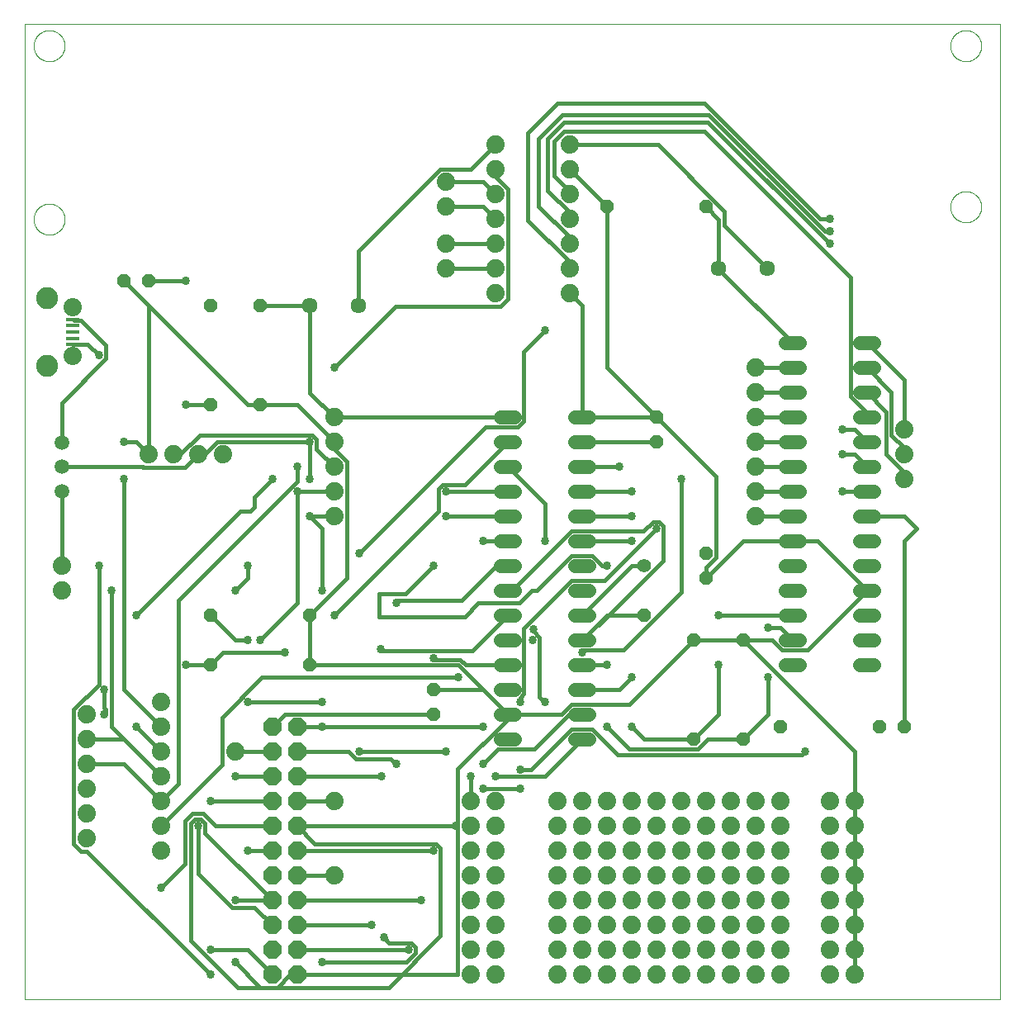
<source format=gtl>
G75*
%MOIN*%
%OFA0B0*%
%FSLAX25Y25*%
%IPPOS*%
%LPD*%
%AMOC8*
5,1,8,0,0,1.08239X$1,22.5*
%
%ADD10C,0.00000*%
%ADD11C,0.05600*%
%ADD12R,0.05315X0.01575*%
%ADD13C,0.07382*%
%ADD14C,0.08858*%
%ADD15C,0.07400*%
%ADD16C,0.05943*%
%ADD17OC8,0.05600*%
%ADD18C,0.06337*%
%ADD19C,0.05600*%
%ADD20OC8,0.07400*%
%ADD21C,0.01600*%
%ADD22C,0.03378*%
D10*
X0096250Y0001800D02*
X0096250Y0395501D01*
X0489951Y0395501D01*
X0489951Y0001800D01*
X0096250Y0001800D01*
X0100000Y0316800D02*
X0100002Y0316958D01*
X0100008Y0317115D01*
X0100018Y0317273D01*
X0100032Y0317430D01*
X0100050Y0317586D01*
X0100071Y0317743D01*
X0100097Y0317898D01*
X0100127Y0318053D01*
X0100160Y0318207D01*
X0100198Y0318360D01*
X0100239Y0318513D01*
X0100284Y0318664D01*
X0100333Y0318814D01*
X0100386Y0318962D01*
X0100442Y0319110D01*
X0100503Y0319255D01*
X0100566Y0319400D01*
X0100634Y0319542D01*
X0100705Y0319683D01*
X0100779Y0319822D01*
X0100857Y0319959D01*
X0100939Y0320094D01*
X0101023Y0320227D01*
X0101112Y0320358D01*
X0101203Y0320486D01*
X0101298Y0320613D01*
X0101395Y0320736D01*
X0101496Y0320858D01*
X0101600Y0320976D01*
X0101707Y0321092D01*
X0101817Y0321205D01*
X0101929Y0321316D01*
X0102045Y0321423D01*
X0102163Y0321528D01*
X0102283Y0321630D01*
X0102406Y0321728D01*
X0102532Y0321824D01*
X0102660Y0321916D01*
X0102790Y0322005D01*
X0102922Y0322091D01*
X0103057Y0322173D01*
X0103194Y0322252D01*
X0103332Y0322327D01*
X0103472Y0322399D01*
X0103615Y0322467D01*
X0103758Y0322532D01*
X0103904Y0322593D01*
X0104051Y0322650D01*
X0104199Y0322704D01*
X0104349Y0322754D01*
X0104499Y0322800D01*
X0104651Y0322842D01*
X0104804Y0322881D01*
X0104958Y0322915D01*
X0105113Y0322946D01*
X0105268Y0322972D01*
X0105424Y0322995D01*
X0105581Y0323014D01*
X0105738Y0323029D01*
X0105895Y0323040D01*
X0106053Y0323047D01*
X0106211Y0323050D01*
X0106368Y0323049D01*
X0106526Y0323044D01*
X0106683Y0323035D01*
X0106841Y0323022D01*
X0106997Y0323005D01*
X0107154Y0322984D01*
X0107309Y0322960D01*
X0107464Y0322931D01*
X0107619Y0322898D01*
X0107772Y0322862D01*
X0107925Y0322821D01*
X0108076Y0322777D01*
X0108226Y0322729D01*
X0108375Y0322678D01*
X0108523Y0322622D01*
X0108669Y0322563D01*
X0108814Y0322500D01*
X0108957Y0322433D01*
X0109098Y0322363D01*
X0109237Y0322290D01*
X0109375Y0322213D01*
X0109511Y0322132D01*
X0109644Y0322048D01*
X0109775Y0321961D01*
X0109904Y0321870D01*
X0110031Y0321776D01*
X0110156Y0321679D01*
X0110277Y0321579D01*
X0110397Y0321476D01*
X0110513Y0321370D01*
X0110627Y0321261D01*
X0110739Y0321149D01*
X0110847Y0321035D01*
X0110952Y0320917D01*
X0111055Y0320797D01*
X0111154Y0320675D01*
X0111250Y0320550D01*
X0111343Y0320422D01*
X0111433Y0320293D01*
X0111519Y0320161D01*
X0111603Y0320027D01*
X0111682Y0319891D01*
X0111759Y0319753D01*
X0111831Y0319613D01*
X0111900Y0319471D01*
X0111966Y0319328D01*
X0112028Y0319183D01*
X0112086Y0319036D01*
X0112141Y0318888D01*
X0112192Y0318739D01*
X0112239Y0318588D01*
X0112282Y0318437D01*
X0112321Y0318284D01*
X0112357Y0318130D01*
X0112388Y0317976D01*
X0112416Y0317821D01*
X0112440Y0317665D01*
X0112460Y0317508D01*
X0112476Y0317351D01*
X0112488Y0317194D01*
X0112496Y0317037D01*
X0112500Y0316879D01*
X0112500Y0316721D01*
X0112496Y0316563D01*
X0112488Y0316406D01*
X0112476Y0316249D01*
X0112460Y0316092D01*
X0112440Y0315935D01*
X0112416Y0315779D01*
X0112388Y0315624D01*
X0112357Y0315470D01*
X0112321Y0315316D01*
X0112282Y0315163D01*
X0112239Y0315012D01*
X0112192Y0314861D01*
X0112141Y0314712D01*
X0112086Y0314564D01*
X0112028Y0314417D01*
X0111966Y0314272D01*
X0111900Y0314129D01*
X0111831Y0313987D01*
X0111759Y0313847D01*
X0111682Y0313709D01*
X0111603Y0313573D01*
X0111519Y0313439D01*
X0111433Y0313307D01*
X0111343Y0313178D01*
X0111250Y0313050D01*
X0111154Y0312925D01*
X0111055Y0312803D01*
X0110952Y0312683D01*
X0110847Y0312565D01*
X0110739Y0312451D01*
X0110627Y0312339D01*
X0110513Y0312230D01*
X0110397Y0312124D01*
X0110277Y0312021D01*
X0110156Y0311921D01*
X0110031Y0311824D01*
X0109904Y0311730D01*
X0109775Y0311639D01*
X0109644Y0311552D01*
X0109511Y0311468D01*
X0109375Y0311387D01*
X0109237Y0311310D01*
X0109098Y0311237D01*
X0108957Y0311167D01*
X0108814Y0311100D01*
X0108669Y0311037D01*
X0108523Y0310978D01*
X0108375Y0310922D01*
X0108226Y0310871D01*
X0108076Y0310823D01*
X0107925Y0310779D01*
X0107772Y0310738D01*
X0107619Y0310702D01*
X0107464Y0310669D01*
X0107309Y0310640D01*
X0107154Y0310616D01*
X0106997Y0310595D01*
X0106841Y0310578D01*
X0106683Y0310565D01*
X0106526Y0310556D01*
X0106368Y0310551D01*
X0106211Y0310550D01*
X0106053Y0310553D01*
X0105895Y0310560D01*
X0105738Y0310571D01*
X0105581Y0310586D01*
X0105424Y0310605D01*
X0105268Y0310628D01*
X0105113Y0310654D01*
X0104958Y0310685D01*
X0104804Y0310719D01*
X0104651Y0310758D01*
X0104499Y0310800D01*
X0104349Y0310846D01*
X0104199Y0310896D01*
X0104051Y0310950D01*
X0103904Y0311007D01*
X0103758Y0311068D01*
X0103615Y0311133D01*
X0103472Y0311201D01*
X0103332Y0311273D01*
X0103194Y0311348D01*
X0103057Y0311427D01*
X0102922Y0311509D01*
X0102790Y0311595D01*
X0102660Y0311684D01*
X0102532Y0311776D01*
X0102406Y0311872D01*
X0102283Y0311970D01*
X0102163Y0312072D01*
X0102045Y0312177D01*
X0101929Y0312284D01*
X0101817Y0312395D01*
X0101707Y0312508D01*
X0101600Y0312624D01*
X0101496Y0312742D01*
X0101395Y0312864D01*
X0101298Y0312987D01*
X0101203Y0313114D01*
X0101112Y0313242D01*
X0101023Y0313373D01*
X0100939Y0313506D01*
X0100857Y0313641D01*
X0100779Y0313778D01*
X0100705Y0313917D01*
X0100634Y0314058D01*
X0100566Y0314200D01*
X0100503Y0314345D01*
X0100442Y0314490D01*
X0100386Y0314638D01*
X0100333Y0314786D01*
X0100284Y0314936D01*
X0100239Y0315087D01*
X0100198Y0315240D01*
X0100160Y0315393D01*
X0100127Y0315547D01*
X0100097Y0315702D01*
X0100071Y0315857D01*
X0100050Y0316014D01*
X0100032Y0316170D01*
X0100018Y0316327D01*
X0100008Y0316485D01*
X0100002Y0316642D01*
X0100000Y0316800D01*
X0100000Y0386800D02*
X0100002Y0386958D01*
X0100008Y0387115D01*
X0100018Y0387273D01*
X0100032Y0387430D01*
X0100050Y0387586D01*
X0100071Y0387743D01*
X0100097Y0387898D01*
X0100127Y0388053D01*
X0100160Y0388207D01*
X0100198Y0388360D01*
X0100239Y0388513D01*
X0100284Y0388664D01*
X0100333Y0388814D01*
X0100386Y0388962D01*
X0100442Y0389110D01*
X0100503Y0389255D01*
X0100566Y0389400D01*
X0100634Y0389542D01*
X0100705Y0389683D01*
X0100779Y0389822D01*
X0100857Y0389959D01*
X0100939Y0390094D01*
X0101023Y0390227D01*
X0101112Y0390358D01*
X0101203Y0390486D01*
X0101298Y0390613D01*
X0101395Y0390736D01*
X0101496Y0390858D01*
X0101600Y0390976D01*
X0101707Y0391092D01*
X0101817Y0391205D01*
X0101929Y0391316D01*
X0102045Y0391423D01*
X0102163Y0391528D01*
X0102283Y0391630D01*
X0102406Y0391728D01*
X0102532Y0391824D01*
X0102660Y0391916D01*
X0102790Y0392005D01*
X0102922Y0392091D01*
X0103057Y0392173D01*
X0103194Y0392252D01*
X0103332Y0392327D01*
X0103472Y0392399D01*
X0103615Y0392467D01*
X0103758Y0392532D01*
X0103904Y0392593D01*
X0104051Y0392650D01*
X0104199Y0392704D01*
X0104349Y0392754D01*
X0104499Y0392800D01*
X0104651Y0392842D01*
X0104804Y0392881D01*
X0104958Y0392915D01*
X0105113Y0392946D01*
X0105268Y0392972D01*
X0105424Y0392995D01*
X0105581Y0393014D01*
X0105738Y0393029D01*
X0105895Y0393040D01*
X0106053Y0393047D01*
X0106211Y0393050D01*
X0106368Y0393049D01*
X0106526Y0393044D01*
X0106683Y0393035D01*
X0106841Y0393022D01*
X0106997Y0393005D01*
X0107154Y0392984D01*
X0107309Y0392960D01*
X0107464Y0392931D01*
X0107619Y0392898D01*
X0107772Y0392862D01*
X0107925Y0392821D01*
X0108076Y0392777D01*
X0108226Y0392729D01*
X0108375Y0392678D01*
X0108523Y0392622D01*
X0108669Y0392563D01*
X0108814Y0392500D01*
X0108957Y0392433D01*
X0109098Y0392363D01*
X0109237Y0392290D01*
X0109375Y0392213D01*
X0109511Y0392132D01*
X0109644Y0392048D01*
X0109775Y0391961D01*
X0109904Y0391870D01*
X0110031Y0391776D01*
X0110156Y0391679D01*
X0110277Y0391579D01*
X0110397Y0391476D01*
X0110513Y0391370D01*
X0110627Y0391261D01*
X0110739Y0391149D01*
X0110847Y0391035D01*
X0110952Y0390917D01*
X0111055Y0390797D01*
X0111154Y0390675D01*
X0111250Y0390550D01*
X0111343Y0390422D01*
X0111433Y0390293D01*
X0111519Y0390161D01*
X0111603Y0390027D01*
X0111682Y0389891D01*
X0111759Y0389753D01*
X0111831Y0389613D01*
X0111900Y0389471D01*
X0111966Y0389328D01*
X0112028Y0389183D01*
X0112086Y0389036D01*
X0112141Y0388888D01*
X0112192Y0388739D01*
X0112239Y0388588D01*
X0112282Y0388437D01*
X0112321Y0388284D01*
X0112357Y0388130D01*
X0112388Y0387976D01*
X0112416Y0387821D01*
X0112440Y0387665D01*
X0112460Y0387508D01*
X0112476Y0387351D01*
X0112488Y0387194D01*
X0112496Y0387037D01*
X0112500Y0386879D01*
X0112500Y0386721D01*
X0112496Y0386563D01*
X0112488Y0386406D01*
X0112476Y0386249D01*
X0112460Y0386092D01*
X0112440Y0385935D01*
X0112416Y0385779D01*
X0112388Y0385624D01*
X0112357Y0385470D01*
X0112321Y0385316D01*
X0112282Y0385163D01*
X0112239Y0385012D01*
X0112192Y0384861D01*
X0112141Y0384712D01*
X0112086Y0384564D01*
X0112028Y0384417D01*
X0111966Y0384272D01*
X0111900Y0384129D01*
X0111831Y0383987D01*
X0111759Y0383847D01*
X0111682Y0383709D01*
X0111603Y0383573D01*
X0111519Y0383439D01*
X0111433Y0383307D01*
X0111343Y0383178D01*
X0111250Y0383050D01*
X0111154Y0382925D01*
X0111055Y0382803D01*
X0110952Y0382683D01*
X0110847Y0382565D01*
X0110739Y0382451D01*
X0110627Y0382339D01*
X0110513Y0382230D01*
X0110397Y0382124D01*
X0110277Y0382021D01*
X0110156Y0381921D01*
X0110031Y0381824D01*
X0109904Y0381730D01*
X0109775Y0381639D01*
X0109644Y0381552D01*
X0109511Y0381468D01*
X0109375Y0381387D01*
X0109237Y0381310D01*
X0109098Y0381237D01*
X0108957Y0381167D01*
X0108814Y0381100D01*
X0108669Y0381037D01*
X0108523Y0380978D01*
X0108375Y0380922D01*
X0108226Y0380871D01*
X0108076Y0380823D01*
X0107925Y0380779D01*
X0107772Y0380738D01*
X0107619Y0380702D01*
X0107464Y0380669D01*
X0107309Y0380640D01*
X0107154Y0380616D01*
X0106997Y0380595D01*
X0106841Y0380578D01*
X0106683Y0380565D01*
X0106526Y0380556D01*
X0106368Y0380551D01*
X0106211Y0380550D01*
X0106053Y0380553D01*
X0105895Y0380560D01*
X0105738Y0380571D01*
X0105581Y0380586D01*
X0105424Y0380605D01*
X0105268Y0380628D01*
X0105113Y0380654D01*
X0104958Y0380685D01*
X0104804Y0380719D01*
X0104651Y0380758D01*
X0104499Y0380800D01*
X0104349Y0380846D01*
X0104199Y0380896D01*
X0104051Y0380950D01*
X0103904Y0381007D01*
X0103758Y0381068D01*
X0103615Y0381133D01*
X0103472Y0381201D01*
X0103332Y0381273D01*
X0103194Y0381348D01*
X0103057Y0381427D01*
X0102922Y0381509D01*
X0102790Y0381595D01*
X0102660Y0381684D01*
X0102532Y0381776D01*
X0102406Y0381872D01*
X0102283Y0381970D01*
X0102163Y0382072D01*
X0102045Y0382177D01*
X0101929Y0382284D01*
X0101817Y0382395D01*
X0101707Y0382508D01*
X0101600Y0382624D01*
X0101496Y0382742D01*
X0101395Y0382864D01*
X0101298Y0382987D01*
X0101203Y0383114D01*
X0101112Y0383242D01*
X0101023Y0383373D01*
X0100939Y0383506D01*
X0100857Y0383641D01*
X0100779Y0383778D01*
X0100705Y0383917D01*
X0100634Y0384058D01*
X0100566Y0384200D01*
X0100503Y0384345D01*
X0100442Y0384490D01*
X0100386Y0384638D01*
X0100333Y0384786D01*
X0100284Y0384936D01*
X0100239Y0385087D01*
X0100198Y0385240D01*
X0100160Y0385393D01*
X0100127Y0385547D01*
X0100097Y0385702D01*
X0100071Y0385857D01*
X0100050Y0386014D01*
X0100032Y0386170D01*
X0100018Y0386327D01*
X0100008Y0386485D01*
X0100002Y0386642D01*
X0100000Y0386800D01*
X0470000Y0386800D02*
X0470002Y0386958D01*
X0470008Y0387115D01*
X0470018Y0387273D01*
X0470032Y0387430D01*
X0470050Y0387586D01*
X0470071Y0387743D01*
X0470097Y0387898D01*
X0470127Y0388053D01*
X0470160Y0388207D01*
X0470198Y0388360D01*
X0470239Y0388513D01*
X0470284Y0388664D01*
X0470333Y0388814D01*
X0470386Y0388962D01*
X0470442Y0389110D01*
X0470503Y0389255D01*
X0470566Y0389400D01*
X0470634Y0389542D01*
X0470705Y0389683D01*
X0470779Y0389822D01*
X0470857Y0389959D01*
X0470939Y0390094D01*
X0471023Y0390227D01*
X0471112Y0390358D01*
X0471203Y0390486D01*
X0471298Y0390613D01*
X0471395Y0390736D01*
X0471496Y0390858D01*
X0471600Y0390976D01*
X0471707Y0391092D01*
X0471817Y0391205D01*
X0471929Y0391316D01*
X0472045Y0391423D01*
X0472163Y0391528D01*
X0472283Y0391630D01*
X0472406Y0391728D01*
X0472532Y0391824D01*
X0472660Y0391916D01*
X0472790Y0392005D01*
X0472922Y0392091D01*
X0473057Y0392173D01*
X0473194Y0392252D01*
X0473332Y0392327D01*
X0473472Y0392399D01*
X0473615Y0392467D01*
X0473758Y0392532D01*
X0473904Y0392593D01*
X0474051Y0392650D01*
X0474199Y0392704D01*
X0474349Y0392754D01*
X0474499Y0392800D01*
X0474651Y0392842D01*
X0474804Y0392881D01*
X0474958Y0392915D01*
X0475113Y0392946D01*
X0475268Y0392972D01*
X0475424Y0392995D01*
X0475581Y0393014D01*
X0475738Y0393029D01*
X0475895Y0393040D01*
X0476053Y0393047D01*
X0476211Y0393050D01*
X0476368Y0393049D01*
X0476526Y0393044D01*
X0476683Y0393035D01*
X0476841Y0393022D01*
X0476997Y0393005D01*
X0477154Y0392984D01*
X0477309Y0392960D01*
X0477464Y0392931D01*
X0477619Y0392898D01*
X0477772Y0392862D01*
X0477925Y0392821D01*
X0478076Y0392777D01*
X0478226Y0392729D01*
X0478375Y0392678D01*
X0478523Y0392622D01*
X0478669Y0392563D01*
X0478814Y0392500D01*
X0478957Y0392433D01*
X0479098Y0392363D01*
X0479237Y0392290D01*
X0479375Y0392213D01*
X0479511Y0392132D01*
X0479644Y0392048D01*
X0479775Y0391961D01*
X0479904Y0391870D01*
X0480031Y0391776D01*
X0480156Y0391679D01*
X0480277Y0391579D01*
X0480397Y0391476D01*
X0480513Y0391370D01*
X0480627Y0391261D01*
X0480739Y0391149D01*
X0480847Y0391035D01*
X0480952Y0390917D01*
X0481055Y0390797D01*
X0481154Y0390675D01*
X0481250Y0390550D01*
X0481343Y0390422D01*
X0481433Y0390293D01*
X0481519Y0390161D01*
X0481603Y0390027D01*
X0481682Y0389891D01*
X0481759Y0389753D01*
X0481831Y0389613D01*
X0481900Y0389471D01*
X0481966Y0389328D01*
X0482028Y0389183D01*
X0482086Y0389036D01*
X0482141Y0388888D01*
X0482192Y0388739D01*
X0482239Y0388588D01*
X0482282Y0388437D01*
X0482321Y0388284D01*
X0482357Y0388130D01*
X0482388Y0387976D01*
X0482416Y0387821D01*
X0482440Y0387665D01*
X0482460Y0387508D01*
X0482476Y0387351D01*
X0482488Y0387194D01*
X0482496Y0387037D01*
X0482500Y0386879D01*
X0482500Y0386721D01*
X0482496Y0386563D01*
X0482488Y0386406D01*
X0482476Y0386249D01*
X0482460Y0386092D01*
X0482440Y0385935D01*
X0482416Y0385779D01*
X0482388Y0385624D01*
X0482357Y0385470D01*
X0482321Y0385316D01*
X0482282Y0385163D01*
X0482239Y0385012D01*
X0482192Y0384861D01*
X0482141Y0384712D01*
X0482086Y0384564D01*
X0482028Y0384417D01*
X0481966Y0384272D01*
X0481900Y0384129D01*
X0481831Y0383987D01*
X0481759Y0383847D01*
X0481682Y0383709D01*
X0481603Y0383573D01*
X0481519Y0383439D01*
X0481433Y0383307D01*
X0481343Y0383178D01*
X0481250Y0383050D01*
X0481154Y0382925D01*
X0481055Y0382803D01*
X0480952Y0382683D01*
X0480847Y0382565D01*
X0480739Y0382451D01*
X0480627Y0382339D01*
X0480513Y0382230D01*
X0480397Y0382124D01*
X0480277Y0382021D01*
X0480156Y0381921D01*
X0480031Y0381824D01*
X0479904Y0381730D01*
X0479775Y0381639D01*
X0479644Y0381552D01*
X0479511Y0381468D01*
X0479375Y0381387D01*
X0479237Y0381310D01*
X0479098Y0381237D01*
X0478957Y0381167D01*
X0478814Y0381100D01*
X0478669Y0381037D01*
X0478523Y0380978D01*
X0478375Y0380922D01*
X0478226Y0380871D01*
X0478076Y0380823D01*
X0477925Y0380779D01*
X0477772Y0380738D01*
X0477619Y0380702D01*
X0477464Y0380669D01*
X0477309Y0380640D01*
X0477154Y0380616D01*
X0476997Y0380595D01*
X0476841Y0380578D01*
X0476683Y0380565D01*
X0476526Y0380556D01*
X0476368Y0380551D01*
X0476211Y0380550D01*
X0476053Y0380553D01*
X0475895Y0380560D01*
X0475738Y0380571D01*
X0475581Y0380586D01*
X0475424Y0380605D01*
X0475268Y0380628D01*
X0475113Y0380654D01*
X0474958Y0380685D01*
X0474804Y0380719D01*
X0474651Y0380758D01*
X0474499Y0380800D01*
X0474349Y0380846D01*
X0474199Y0380896D01*
X0474051Y0380950D01*
X0473904Y0381007D01*
X0473758Y0381068D01*
X0473615Y0381133D01*
X0473472Y0381201D01*
X0473332Y0381273D01*
X0473194Y0381348D01*
X0473057Y0381427D01*
X0472922Y0381509D01*
X0472790Y0381595D01*
X0472660Y0381684D01*
X0472532Y0381776D01*
X0472406Y0381872D01*
X0472283Y0381970D01*
X0472163Y0382072D01*
X0472045Y0382177D01*
X0471929Y0382284D01*
X0471817Y0382395D01*
X0471707Y0382508D01*
X0471600Y0382624D01*
X0471496Y0382742D01*
X0471395Y0382864D01*
X0471298Y0382987D01*
X0471203Y0383114D01*
X0471112Y0383242D01*
X0471023Y0383373D01*
X0470939Y0383506D01*
X0470857Y0383641D01*
X0470779Y0383778D01*
X0470705Y0383917D01*
X0470634Y0384058D01*
X0470566Y0384200D01*
X0470503Y0384345D01*
X0470442Y0384490D01*
X0470386Y0384638D01*
X0470333Y0384786D01*
X0470284Y0384936D01*
X0470239Y0385087D01*
X0470198Y0385240D01*
X0470160Y0385393D01*
X0470127Y0385547D01*
X0470097Y0385702D01*
X0470071Y0385857D01*
X0470050Y0386014D01*
X0470032Y0386170D01*
X0470018Y0386327D01*
X0470008Y0386485D01*
X0470002Y0386642D01*
X0470000Y0386800D01*
X0470000Y0321800D02*
X0470002Y0321958D01*
X0470008Y0322115D01*
X0470018Y0322273D01*
X0470032Y0322430D01*
X0470050Y0322586D01*
X0470071Y0322743D01*
X0470097Y0322898D01*
X0470127Y0323053D01*
X0470160Y0323207D01*
X0470198Y0323360D01*
X0470239Y0323513D01*
X0470284Y0323664D01*
X0470333Y0323814D01*
X0470386Y0323962D01*
X0470442Y0324110D01*
X0470503Y0324255D01*
X0470566Y0324400D01*
X0470634Y0324542D01*
X0470705Y0324683D01*
X0470779Y0324822D01*
X0470857Y0324959D01*
X0470939Y0325094D01*
X0471023Y0325227D01*
X0471112Y0325358D01*
X0471203Y0325486D01*
X0471298Y0325613D01*
X0471395Y0325736D01*
X0471496Y0325858D01*
X0471600Y0325976D01*
X0471707Y0326092D01*
X0471817Y0326205D01*
X0471929Y0326316D01*
X0472045Y0326423D01*
X0472163Y0326528D01*
X0472283Y0326630D01*
X0472406Y0326728D01*
X0472532Y0326824D01*
X0472660Y0326916D01*
X0472790Y0327005D01*
X0472922Y0327091D01*
X0473057Y0327173D01*
X0473194Y0327252D01*
X0473332Y0327327D01*
X0473472Y0327399D01*
X0473615Y0327467D01*
X0473758Y0327532D01*
X0473904Y0327593D01*
X0474051Y0327650D01*
X0474199Y0327704D01*
X0474349Y0327754D01*
X0474499Y0327800D01*
X0474651Y0327842D01*
X0474804Y0327881D01*
X0474958Y0327915D01*
X0475113Y0327946D01*
X0475268Y0327972D01*
X0475424Y0327995D01*
X0475581Y0328014D01*
X0475738Y0328029D01*
X0475895Y0328040D01*
X0476053Y0328047D01*
X0476211Y0328050D01*
X0476368Y0328049D01*
X0476526Y0328044D01*
X0476683Y0328035D01*
X0476841Y0328022D01*
X0476997Y0328005D01*
X0477154Y0327984D01*
X0477309Y0327960D01*
X0477464Y0327931D01*
X0477619Y0327898D01*
X0477772Y0327862D01*
X0477925Y0327821D01*
X0478076Y0327777D01*
X0478226Y0327729D01*
X0478375Y0327678D01*
X0478523Y0327622D01*
X0478669Y0327563D01*
X0478814Y0327500D01*
X0478957Y0327433D01*
X0479098Y0327363D01*
X0479237Y0327290D01*
X0479375Y0327213D01*
X0479511Y0327132D01*
X0479644Y0327048D01*
X0479775Y0326961D01*
X0479904Y0326870D01*
X0480031Y0326776D01*
X0480156Y0326679D01*
X0480277Y0326579D01*
X0480397Y0326476D01*
X0480513Y0326370D01*
X0480627Y0326261D01*
X0480739Y0326149D01*
X0480847Y0326035D01*
X0480952Y0325917D01*
X0481055Y0325797D01*
X0481154Y0325675D01*
X0481250Y0325550D01*
X0481343Y0325422D01*
X0481433Y0325293D01*
X0481519Y0325161D01*
X0481603Y0325027D01*
X0481682Y0324891D01*
X0481759Y0324753D01*
X0481831Y0324613D01*
X0481900Y0324471D01*
X0481966Y0324328D01*
X0482028Y0324183D01*
X0482086Y0324036D01*
X0482141Y0323888D01*
X0482192Y0323739D01*
X0482239Y0323588D01*
X0482282Y0323437D01*
X0482321Y0323284D01*
X0482357Y0323130D01*
X0482388Y0322976D01*
X0482416Y0322821D01*
X0482440Y0322665D01*
X0482460Y0322508D01*
X0482476Y0322351D01*
X0482488Y0322194D01*
X0482496Y0322037D01*
X0482500Y0321879D01*
X0482500Y0321721D01*
X0482496Y0321563D01*
X0482488Y0321406D01*
X0482476Y0321249D01*
X0482460Y0321092D01*
X0482440Y0320935D01*
X0482416Y0320779D01*
X0482388Y0320624D01*
X0482357Y0320470D01*
X0482321Y0320316D01*
X0482282Y0320163D01*
X0482239Y0320012D01*
X0482192Y0319861D01*
X0482141Y0319712D01*
X0482086Y0319564D01*
X0482028Y0319417D01*
X0481966Y0319272D01*
X0481900Y0319129D01*
X0481831Y0318987D01*
X0481759Y0318847D01*
X0481682Y0318709D01*
X0481603Y0318573D01*
X0481519Y0318439D01*
X0481433Y0318307D01*
X0481343Y0318178D01*
X0481250Y0318050D01*
X0481154Y0317925D01*
X0481055Y0317803D01*
X0480952Y0317683D01*
X0480847Y0317565D01*
X0480739Y0317451D01*
X0480627Y0317339D01*
X0480513Y0317230D01*
X0480397Y0317124D01*
X0480277Y0317021D01*
X0480156Y0316921D01*
X0480031Y0316824D01*
X0479904Y0316730D01*
X0479775Y0316639D01*
X0479644Y0316552D01*
X0479511Y0316468D01*
X0479375Y0316387D01*
X0479237Y0316310D01*
X0479098Y0316237D01*
X0478957Y0316167D01*
X0478814Y0316100D01*
X0478669Y0316037D01*
X0478523Y0315978D01*
X0478375Y0315922D01*
X0478226Y0315871D01*
X0478076Y0315823D01*
X0477925Y0315779D01*
X0477772Y0315738D01*
X0477619Y0315702D01*
X0477464Y0315669D01*
X0477309Y0315640D01*
X0477154Y0315616D01*
X0476997Y0315595D01*
X0476841Y0315578D01*
X0476683Y0315565D01*
X0476526Y0315556D01*
X0476368Y0315551D01*
X0476211Y0315550D01*
X0476053Y0315553D01*
X0475895Y0315560D01*
X0475738Y0315571D01*
X0475581Y0315586D01*
X0475424Y0315605D01*
X0475268Y0315628D01*
X0475113Y0315654D01*
X0474958Y0315685D01*
X0474804Y0315719D01*
X0474651Y0315758D01*
X0474499Y0315800D01*
X0474349Y0315846D01*
X0474199Y0315896D01*
X0474051Y0315950D01*
X0473904Y0316007D01*
X0473758Y0316068D01*
X0473615Y0316133D01*
X0473472Y0316201D01*
X0473332Y0316273D01*
X0473194Y0316348D01*
X0473057Y0316427D01*
X0472922Y0316509D01*
X0472790Y0316595D01*
X0472660Y0316684D01*
X0472532Y0316776D01*
X0472406Y0316872D01*
X0472283Y0316970D01*
X0472163Y0317072D01*
X0472045Y0317177D01*
X0471929Y0317284D01*
X0471817Y0317395D01*
X0471707Y0317508D01*
X0471600Y0317624D01*
X0471496Y0317742D01*
X0471395Y0317864D01*
X0471298Y0317987D01*
X0471203Y0318114D01*
X0471112Y0318242D01*
X0471023Y0318373D01*
X0470939Y0318506D01*
X0470857Y0318641D01*
X0470779Y0318778D01*
X0470705Y0318917D01*
X0470634Y0319058D01*
X0470566Y0319200D01*
X0470503Y0319345D01*
X0470442Y0319490D01*
X0470386Y0319638D01*
X0470333Y0319786D01*
X0470284Y0319936D01*
X0470239Y0320087D01*
X0470198Y0320240D01*
X0470160Y0320393D01*
X0470127Y0320547D01*
X0470097Y0320702D01*
X0470071Y0320857D01*
X0470050Y0321014D01*
X0470032Y0321170D01*
X0470018Y0321327D01*
X0470008Y0321485D01*
X0470002Y0321642D01*
X0470000Y0321800D01*
D11*
X0439050Y0266800D02*
X0433450Y0266800D01*
X0433450Y0256800D02*
X0439050Y0256800D01*
X0439050Y0246800D02*
X0433450Y0246800D01*
X0433450Y0236800D02*
X0439050Y0236800D01*
X0439050Y0226800D02*
X0433450Y0226800D01*
X0433450Y0216800D02*
X0439050Y0216800D01*
X0439050Y0206800D02*
X0433450Y0206800D01*
X0433450Y0196800D02*
X0439050Y0196800D01*
X0439050Y0186800D02*
X0433450Y0186800D01*
X0433450Y0176800D02*
X0439050Y0176800D01*
X0439050Y0166800D02*
X0433450Y0166800D01*
X0433450Y0156800D02*
X0439050Y0156800D01*
X0439050Y0146800D02*
X0433450Y0146800D01*
X0433450Y0136800D02*
X0439050Y0136800D01*
X0409050Y0136800D02*
X0403450Y0136800D01*
X0403450Y0146800D02*
X0409050Y0146800D01*
X0409050Y0156800D02*
X0403450Y0156800D01*
X0403450Y0166800D02*
X0409050Y0166800D01*
X0409050Y0176800D02*
X0403450Y0176800D01*
X0403450Y0186800D02*
X0409050Y0186800D01*
X0409050Y0196800D02*
X0403450Y0196800D01*
X0403450Y0206800D02*
X0409050Y0206800D01*
X0409050Y0216800D02*
X0403450Y0216800D01*
X0403450Y0226800D02*
X0409050Y0226800D01*
X0409050Y0236800D02*
X0403450Y0236800D01*
X0403450Y0246800D02*
X0409050Y0246800D01*
X0409050Y0256800D02*
X0403450Y0256800D01*
X0403450Y0266800D02*
X0409050Y0266800D01*
X0324050Y0236800D02*
X0318450Y0236800D01*
X0318450Y0226800D02*
X0324050Y0226800D01*
X0324050Y0216800D02*
X0318450Y0216800D01*
X0318450Y0206800D02*
X0324050Y0206800D01*
X0324050Y0196800D02*
X0318450Y0196800D01*
X0318450Y0186800D02*
X0324050Y0186800D01*
X0324050Y0176800D02*
X0318450Y0176800D01*
X0318450Y0166800D02*
X0324050Y0166800D01*
X0324050Y0156800D02*
X0318450Y0156800D01*
X0318450Y0146800D02*
X0324050Y0146800D01*
X0324050Y0136800D02*
X0318450Y0136800D01*
X0318450Y0126800D02*
X0324050Y0126800D01*
X0324050Y0116800D02*
X0318450Y0116800D01*
X0318450Y0106800D02*
X0324050Y0106800D01*
X0294050Y0106800D02*
X0288450Y0106800D01*
X0288450Y0116800D02*
X0294050Y0116800D01*
X0294050Y0126800D02*
X0288450Y0126800D01*
X0288450Y0136800D02*
X0294050Y0136800D01*
X0294050Y0146800D02*
X0288450Y0146800D01*
X0288450Y0156800D02*
X0294050Y0156800D01*
X0294050Y0166800D02*
X0288450Y0166800D01*
X0288450Y0176800D02*
X0294050Y0176800D01*
X0294050Y0186800D02*
X0288450Y0186800D01*
X0288450Y0196800D02*
X0294050Y0196800D01*
X0294050Y0206800D02*
X0288450Y0206800D01*
X0288450Y0216800D02*
X0294050Y0216800D01*
X0294050Y0226800D02*
X0288450Y0226800D01*
X0288450Y0236800D02*
X0294050Y0236800D01*
D12*
X0115880Y0266182D03*
X0115880Y0268741D03*
X0115880Y0271300D03*
X0115880Y0273859D03*
X0115880Y0276418D03*
D13*
X0115880Y0281143D03*
X0115880Y0261457D03*
D14*
X0105250Y0257520D03*
X0105250Y0285080D03*
D15*
X0146250Y0221800D03*
X0156250Y0221800D03*
X0166250Y0221800D03*
X0176250Y0221800D03*
X0221250Y0216800D03*
X0221250Y0226800D03*
X0221250Y0236800D03*
X0221250Y0206800D03*
X0221250Y0196800D03*
X0151250Y0121800D03*
X0151250Y0111800D03*
X0151250Y0101800D03*
X0151250Y0091800D03*
X0151250Y0081800D03*
X0151250Y0071800D03*
X0151250Y0061800D03*
X0121250Y0066800D03*
X0121250Y0076800D03*
X0121250Y0086800D03*
X0121250Y0096800D03*
X0121250Y0106800D03*
X0121250Y0116800D03*
X0111250Y0166800D03*
X0111250Y0176800D03*
X0181250Y0101800D03*
X0221250Y0081800D03*
X0221250Y0051800D03*
X0276250Y0051800D03*
X0276250Y0041800D03*
X0286250Y0041800D03*
X0286250Y0051800D03*
X0286250Y0061800D03*
X0276250Y0061800D03*
X0276250Y0071800D03*
X0276250Y0081800D03*
X0286250Y0081800D03*
X0286250Y0071800D03*
X0311250Y0071800D03*
X0311250Y0081800D03*
X0321250Y0081800D03*
X0321250Y0071800D03*
X0331250Y0071800D03*
X0331250Y0081800D03*
X0341250Y0081800D03*
X0341250Y0071800D03*
X0351250Y0071800D03*
X0351250Y0081800D03*
X0361250Y0081800D03*
X0361250Y0071800D03*
X0371250Y0071800D03*
X0371250Y0081800D03*
X0381250Y0081800D03*
X0381250Y0071800D03*
X0391250Y0071800D03*
X0391250Y0081800D03*
X0401250Y0081800D03*
X0401250Y0071800D03*
X0401250Y0061800D03*
X0391250Y0061800D03*
X0381250Y0061800D03*
X0371250Y0061800D03*
X0361250Y0061800D03*
X0351250Y0061800D03*
X0341250Y0061800D03*
X0331250Y0061800D03*
X0321250Y0061800D03*
X0311250Y0061800D03*
X0311250Y0051800D03*
X0311250Y0041800D03*
X0321250Y0041800D03*
X0321250Y0051800D03*
X0331250Y0051800D03*
X0331250Y0041800D03*
X0341250Y0041800D03*
X0341250Y0051800D03*
X0351250Y0051800D03*
X0351250Y0041800D03*
X0361250Y0041800D03*
X0361250Y0051800D03*
X0371250Y0051800D03*
X0371250Y0041800D03*
X0381250Y0041800D03*
X0381250Y0051800D03*
X0391250Y0051800D03*
X0391250Y0041800D03*
X0401250Y0041800D03*
X0401250Y0051800D03*
X0421250Y0051800D03*
X0421250Y0041800D03*
X0431250Y0041800D03*
X0431250Y0051800D03*
X0431250Y0061800D03*
X0421250Y0061800D03*
X0421250Y0071800D03*
X0421250Y0081800D03*
X0431250Y0081800D03*
X0431250Y0071800D03*
X0431250Y0031800D03*
X0431250Y0021800D03*
X0421250Y0021800D03*
X0421250Y0031800D03*
X0401250Y0031800D03*
X0401250Y0021800D03*
X0391250Y0021800D03*
X0391250Y0031800D03*
X0381250Y0031800D03*
X0381250Y0021800D03*
X0371250Y0021800D03*
X0371250Y0031800D03*
X0361250Y0031800D03*
X0361250Y0021800D03*
X0351250Y0021800D03*
X0351250Y0031800D03*
X0341250Y0031800D03*
X0341250Y0021800D03*
X0331250Y0021800D03*
X0331250Y0031800D03*
X0321250Y0031800D03*
X0321250Y0021800D03*
X0311250Y0021800D03*
X0311250Y0031800D03*
X0311250Y0011800D03*
X0321250Y0011800D03*
X0331250Y0011800D03*
X0341250Y0011800D03*
X0351250Y0011800D03*
X0361250Y0011800D03*
X0371250Y0011800D03*
X0381250Y0011800D03*
X0391250Y0011800D03*
X0401250Y0011800D03*
X0421250Y0011800D03*
X0431250Y0011800D03*
X0286250Y0011800D03*
X0276250Y0011800D03*
X0276250Y0021800D03*
X0276250Y0031800D03*
X0286250Y0031800D03*
X0286250Y0021800D03*
X0391250Y0196800D03*
X0391250Y0206800D03*
X0391250Y0216800D03*
X0391250Y0226800D03*
X0391250Y0236800D03*
X0391250Y0246800D03*
X0391250Y0256800D03*
X0451250Y0231800D03*
X0451250Y0221800D03*
X0451250Y0211800D03*
X0316250Y0286800D03*
X0316250Y0296800D03*
X0316250Y0306800D03*
X0316250Y0316800D03*
X0316250Y0326800D03*
X0316250Y0336800D03*
X0316250Y0346800D03*
X0286250Y0346800D03*
X0286250Y0336800D03*
X0286250Y0326800D03*
X0286250Y0316800D03*
X0286250Y0306800D03*
X0286250Y0296800D03*
X0286250Y0286800D03*
X0266250Y0296800D03*
X0266250Y0306800D03*
X0266250Y0321800D03*
X0266250Y0331800D03*
D16*
X0111250Y0226643D03*
X0111250Y0216800D03*
X0111250Y0206957D03*
D17*
X0171250Y0241800D03*
X0191250Y0241800D03*
X0191250Y0281800D03*
X0171250Y0281800D03*
X0146250Y0291800D03*
X0136250Y0291800D03*
X0171250Y0156800D03*
X0171250Y0136800D03*
X0211250Y0136800D03*
X0211250Y0156800D03*
X0261250Y0126800D03*
X0261250Y0116800D03*
X0346250Y0156800D03*
X0366250Y0146800D03*
X0386250Y0146800D03*
X0371250Y0171800D03*
X0371250Y0181800D03*
X0351250Y0226800D03*
X0351250Y0236800D03*
X0331250Y0321800D03*
X0371250Y0321800D03*
X0401250Y0111800D03*
X0386250Y0106800D03*
X0366250Y0106800D03*
X0441250Y0111800D03*
X0441250Y0111800D03*
X0451250Y0111800D03*
D18*
X0231093Y0281800D03*
X0211407Y0281800D03*
X0376407Y0296800D03*
X0396093Y0296800D03*
D19*
X0346250Y0176800D03*
D20*
X0206250Y0111800D03*
X0196250Y0111800D03*
X0196250Y0101800D03*
X0196250Y0091800D03*
X0206250Y0091800D03*
X0206250Y0101800D03*
X0206250Y0081800D03*
X0206250Y0071800D03*
X0196250Y0071800D03*
X0196250Y0081800D03*
X0196250Y0061800D03*
X0206250Y0061800D03*
X0206250Y0051800D03*
X0206250Y0041800D03*
X0196250Y0041800D03*
X0196250Y0051800D03*
X0196250Y0031800D03*
X0196250Y0021800D03*
X0206250Y0021800D03*
X0206250Y0031800D03*
X0206250Y0011800D03*
X0196250Y0011800D03*
D21*
X0186250Y0021800D01*
X0171250Y0021800D01*
X0163361Y0025603D02*
X0182264Y0006700D01*
X0191350Y0006700D01*
X0181250Y0016800D01*
X0171250Y0011800D02*
X0121350Y0061700D01*
X0119137Y0061700D01*
X0116150Y0064687D01*
X0116150Y0118912D01*
X0126250Y0129012D01*
X0126250Y0176800D01*
X0131250Y0166800D02*
X0131250Y0111800D01*
X0151250Y0091800D01*
X0136250Y0106800D01*
X0121250Y0106800D01*
X0121250Y0096800D02*
X0136250Y0096800D01*
X0151250Y0081800D01*
X0158361Y0088911D01*
X0158361Y0162997D01*
X0206250Y0210886D01*
X0206250Y0216800D01*
X0211250Y0211800D02*
X0211250Y0226800D01*
X0178462Y0226800D01*
X0178362Y0226900D01*
X0174137Y0226900D01*
X0169038Y0221800D01*
X0166250Y0221800D01*
X0161150Y0216700D01*
X0144138Y0216700D01*
X0144038Y0216800D01*
X0111250Y0216800D01*
X0111250Y0226643D02*
X0111250Y0242714D01*
X0129139Y0260603D01*
X0129139Y0266025D01*
X0119117Y0276046D01*
X0116255Y0276046D01*
X0116250Y0276052D01*
X0115880Y0266182D02*
X0121868Y0266182D01*
X0126250Y0261800D01*
X0146250Y0281800D02*
X0146250Y0221800D01*
X0141250Y0226800D01*
X0136250Y0226800D01*
X0136250Y0211800D02*
X0136250Y0126800D01*
X0151250Y0111800D01*
X0151250Y0101800D02*
X0141250Y0111800D01*
X0129050Y0116800D02*
X0128361Y0116800D01*
X0129050Y0116800D02*
X0129050Y0119000D01*
X0128361Y0119689D01*
X0128361Y0127038D01*
X0161250Y0136800D02*
X0171250Y0136800D01*
X0176250Y0141800D01*
X0201250Y0141800D01*
X0211250Y0136800D02*
X0271250Y0136800D01*
X0291250Y0116800D01*
X0281250Y0126800D01*
X0261250Y0126800D01*
X0261250Y0116800D02*
X0208462Y0116800D01*
X0208362Y0116900D01*
X0201350Y0116900D01*
X0196250Y0111800D01*
X0206250Y0111800D02*
X0216250Y0111800D01*
X0281250Y0111800D01*
X0291250Y0115057D02*
X0271150Y0094957D01*
X0271150Y0011800D01*
X0206250Y0011800D01*
X0203462Y0011800D01*
X0198362Y0006700D01*
X0243347Y0006700D01*
X0264139Y0027492D01*
X0264139Y0062997D01*
X0262447Y0064689D01*
X0213361Y0064689D01*
X0206250Y0071800D01*
X0270461Y0071800D01*
X0276250Y0081800D02*
X0276250Y0091800D01*
X0281250Y0096800D02*
X0287250Y0102800D01*
X0302104Y0102800D01*
X0316104Y0116800D01*
X0321250Y0116800D01*
X0316993Y0120800D02*
X0340250Y0120800D01*
X0366250Y0146800D01*
X0386250Y0146800D01*
X0431250Y0101800D01*
X0431250Y0081800D01*
X0431250Y0011800D01*
X0410050Y0100600D02*
X0335707Y0100600D01*
X0325507Y0110800D01*
X0316993Y0110800D01*
X0300882Y0094689D01*
X0296250Y0094689D01*
X0296250Y0086800D02*
X0288463Y0086800D01*
X0288363Y0086900D01*
X0284138Y0086900D01*
X0284038Y0086800D01*
X0281250Y0086800D01*
X0286250Y0091800D02*
X0306250Y0091800D01*
X0321250Y0106800D01*
X0331250Y0111800D02*
X0340250Y0102800D01*
X0367907Y0102800D01*
X0371907Y0106800D01*
X0386250Y0106800D01*
X0396250Y0116800D01*
X0396250Y0131800D01*
X0401993Y0142800D02*
X0412250Y0142800D01*
X0436250Y0166800D01*
X0416250Y0186800D01*
X0406250Y0186800D01*
X0386250Y0186800D01*
X0371250Y0171800D01*
X0371250Y0176143D01*
X0375250Y0180143D01*
X0375250Y0212800D01*
X0351250Y0236800D01*
X0331250Y0256800D01*
X0331250Y0321800D01*
X0316250Y0336800D01*
X0310150Y0334188D02*
X0316250Y0328088D01*
X0316250Y0326800D01*
X0316250Y0319588D02*
X0307450Y0328388D01*
X0307450Y0349324D01*
X0314226Y0356100D01*
X0371950Y0356100D01*
X0421250Y0306800D01*
X0421250Y0311800D02*
X0419361Y0311800D01*
X0372361Y0358800D01*
X0313315Y0358800D01*
X0303750Y0349235D01*
X0303750Y0322088D01*
X0316250Y0309588D01*
X0316250Y0306800D01*
X0316250Y0299588D02*
X0299550Y0316288D01*
X0299550Y0351646D01*
X0311404Y0363500D01*
X0370773Y0363500D01*
X0417473Y0316800D01*
X0421250Y0316800D01*
X0396093Y0296800D02*
X0378607Y0314285D01*
X0378607Y0320099D01*
X0351907Y0346800D01*
X0316250Y0346800D01*
X0314138Y0352400D02*
X0370650Y0352400D01*
X0429650Y0293400D01*
X0429650Y0245143D01*
X0436250Y0238543D01*
X0436250Y0236800D01*
X0431250Y0231800D02*
X0436250Y0226800D01*
X0431250Y0221800D02*
X0436250Y0216800D01*
X0431250Y0221800D02*
X0426250Y0221800D01*
X0426250Y0231800D02*
X0431250Y0231800D01*
X0443950Y0239100D02*
X0436250Y0246800D01*
X0446150Y0246900D02*
X0446150Y0229687D01*
X0451250Y0224587D01*
X0451250Y0221800D01*
X0451250Y0214587D02*
X0443950Y0221887D01*
X0443950Y0239100D01*
X0451250Y0231800D02*
X0451250Y0251800D01*
X0436250Y0266800D01*
X0436250Y0256800D02*
X0446150Y0246900D01*
X0451250Y0214587D02*
X0451250Y0211800D01*
X0436250Y0206800D02*
X0426250Y0206800D01*
X0436250Y0196800D02*
X0451250Y0196800D01*
X0456250Y0191800D01*
X0451250Y0186800D01*
X0451250Y0111800D01*
X0411250Y0101800D02*
X0410050Y0100600D01*
X0376250Y0116800D02*
X0376250Y0136800D01*
X0386250Y0146800D02*
X0397993Y0146800D01*
X0401993Y0142800D01*
X0406250Y0146800D02*
X0401250Y0151800D01*
X0396250Y0151800D01*
X0406250Y0156800D02*
X0376250Y0156800D01*
X0361250Y0166143D02*
X0361250Y0211800D01*
X0351250Y0226800D02*
X0321250Y0226800D01*
X0321250Y0216800D02*
X0336250Y0216800D01*
X0341250Y0206800D02*
X0321250Y0206800D01*
X0321250Y0196800D02*
X0341250Y0196800D01*
X0346164Y0190800D02*
X0350053Y0194689D01*
X0352447Y0194689D01*
X0354139Y0192997D01*
X0354139Y0179032D01*
X0327907Y0152800D01*
X0327250Y0152800D01*
X0321250Y0146800D01*
X0331250Y0156800D01*
X0346250Y0156800D01*
X0337907Y0142800D02*
X0361250Y0166143D01*
X0346250Y0176800D02*
X0341250Y0176800D01*
X0321250Y0156800D01*
X0316993Y0170800D02*
X0297850Y0151657D01*
X0297850Y0125143D01*
X0296250Y0123543D01*
X0296250Y0121800D01*
X0291250Y0116800D02*
X0291250Y0115057D01*
X0291250Y0116800D02*
X0312993Y0116800D01*
X0316993Y0120800D01*
X0321250Y0126800D02*
X0336250Y0126800D01*
X0341250Y0131800D01*
X0331250Y0136800D02*
X0321250Y0136800D01*
X0321250Y0141800D02*
X0322250Y0142800D01*
X0337907Y0142800D01*
X0306250Y0121800D02*
X0304139Y0123911D01*
X0304139Y0147997D01*
X0301664Y0150471D01*
X0301664Y0151386D01*
X0291250Y0156800D02*
X0277028Y0142578D01*
X0240694Y0142578D01*
X0239972Y0143300D01*
X0239361Y0156411D02*
X0273972Y0156411D01*
X0279361Y0161800D01*
X0296007Y0161800D01*
X0301007Y0166800D01*
X0302993Y0166800D01*
X0316993Y0180800D01*
X0325507Y0180800D01*
X0329507Y0176800D01*
X0331250Y0176800D01*
X0330250Y0170800D02*
X0316993Y0170800D01*
X0330250Y0170800D02*
X0351250Y0191800D01*
X0346164Y0190800D02*
X0316993Y0190800D01*
X0292993Y0166800D01*
X0291250Y0166800D01*
X0291250Y0176800D02*
X0286750Y0176800D01*
X0272750Y0162800D01*
X0247250Y0162800D01*
X0246250Y0161800D01*
X0250139Y0165689D02*
X0239361Y0165689D01*
X0239361Y0156411D01*
X0250139Y0165689D02*
X0261250Y0176800D01*
X0266250Y0196800D02*
X0291250Y0196800D01*
X0291250Y0206800D02*
X0266250Y0206800D01*
X0263361Y0207997D02*
X0263361Y0198911D01*
X0221250Y0156800D01*
X0211250Y0156800D02*
X0211250Y0136800D01*
X0216250Y0121800D02*
X0186250Y0121800D01*
X0192164Y0131800D02*
X0176150Y0115786D01*
X0176150Y0096700D01*
X0151250Y0071800D01*
X0161161Y0073908D02*
X0164142Y0076889D01*
X0168358Y0076889D01*
X0173447Y0071800D01*
X0196250Y0071800D01*
X0196250Y0081800D02*
X0171250Y0081800D01*
X0167447Y0074689D02*
X0165053Y0074689D01*
X0163361Y0072997D01*
X0163361Y0025603D01*
X0180053Y0038911D02*
X0166250Y0052714D01*
X0166250Y0071800D01*
X0169139Y0072997D02*
X0167447Y0074689D01*
X0169139Y0072997D02*
X0169139Y0068911D01*
X0196250Y0041800D01*
X0181250Y0041800D01*
X0180053Y0038911D02*
X0189139Y0038911D01*
X0196250Y0031800D01*
X0206250Y0031800D02*
X0236250Y0031800D01*
X0241250Y0026800D02*
X0243361Y0024689D01*
X0252447Y0024689D01*
X0254139Y0022997D01*
X0254139Y0020603D01*
X0250336Y0016800D01*
X0216250Y0016800D01*
X0206250Y0021800D02*
X0251250Y0021800D01*
X0256250Y0041800D02*
X0206250Y0041800D01*
X0206250Y0051800D02*
X0221250Y0051800D01*
X0206250Y0061800D02*
X0261250Y0061800D01*
X0240472Y0091800D02*
X0206250Y0091800D01*
X0206250Y0101800D02*
X0227164Y0101800D01*
X0230053Y0098911D01*
X0244139Y0098911D01*
X0246250Y0096800D01*
X0231250Y0101800D02*
X0266250Y0101800D01*
X0271250Y0131800D02*
X0192164Y0131800D01*
X0191250Y0146800D02*
X0206250Y0161800D01*
X0206250Y0206800D01*
X0221250Y0206800D01*
X0221250Y0196800D02*
X0211250Y0196800D01*
X0216250Y0191800D01*
X0216250Y0166800D01*
X0211250Y0156800D02*
X0226350Y0171900D01*
X0226350Y0218912D01*
X0221250Y0224012D01*
X0221250Y0226800D01*
X0206250Y0241800D01*
X0191250Y0241800D01*
X0186250Y0241800D01*
X0136250Y0291800D01*
X0146250Y0281800D01*
X0146250Y0291800D02*
X0161250Y0291800D01*
X0191250Y0281800D02*
X0211407Y0281800D01*
X0211407Y0246643D01*
X0221250Y0236800D01*
X0291250Y0236800D01*
X0295507Y0232800D02*
X0282250Y0232800D01*
X0231250Y0181800D01*
X0263361Y0207997D02*
X0265053Y0209689D01*
X0274139Y0209689D01*
X0291250Y0226800D01*
X0295507Y0232800D02*
X0297850Y0235143D01*
X0297850Y0263400D01*
X0306250Y0271800D01*
X0316250Y0286800D02*
X0321250Y0281800D01*
X0321250Y0236800D01*
X0351250Y0236800D01*
X0391250Y0236800D02*
X0406250Y0236800D01*
X0406250Y0246800D02*
X0391250Y0246800D01*
X0391250Y0256800D02*
X0406250Y0256800D01*
X0406250Y0266800D02*
X0376407Y0296643D01*
X0376407Y0296800D01*
X0376407Y0316643D01*
X0371250Y0321800D01*
X0316250Y0319588D02*
X0316250Y0316800D01*
X0316250Y0299588D02*
X0316250Y0296800D01*
X0291350Y0284688D02*
X0291350Y0328913D01*
X0286250Y0334013D01*
X0286250Y0336800D01*
X0281250Y0331800D02*
X0286250Y0326800D01*
X0281250Y0321800D02*
X0286250Y0316800D01*
X0281250Y0321800D02*
X0266250Y0321800D01*
X0266250Y0331800D02*
X0281250Y0331800D01*
X0276350Y0336900D02*
X0264138Y0336900D01*
X0231093Y0303855D01*
X0231093Y0281800D01*
X0246150Y0281700D02*
X0288363Y0281700D01*
X0291350Y0284688D01*
X0286250Y0296800D02*
X0266250Y0296800D01*
X0266250Y0306800D02*
X0286250Y0306800D01*
X0310150Y0334188D02*
X0310150Y0348412D01*
X0314138Y0352400D01*
X0286250Y0346800D02*
X0276350Y0336900D01*
X0246150Y0281700D02*
X0221250Y0256800D01*
X0212447Y0229689D02*
X0166926Y0229689D01*
X0159038Y0221800D01*
X0156250Y0221800D01*
X0161250Y0241800D02*
X0171250Y0241800D01*
X0196250Y0211800D02*
X0189139Y0204689D01*
X0189139Y0200603D01*
X0187447Y0198911D01*
X0183361Y0198911D01*
X0141250Y0156800D01*
X0171250Y0156800D02*
X0181250Y0146800D01*
X0186250Y0146800D01*
X0181250Y0166800D02*
X0186250Y0171800D01*
X0186250Y0176800D01*
X0221250Y0216800D02*
X0214139Y0223911D01*
X0214139Y0227997D01*
X0212447Y0229689D01*
X0281250Y0186800D02*
X0291250Y0186800D01*
X0306250Y0186800D02*
X0306250Y0201800D01*
X0291250Y0216800D01*
X0321250Y0186800D02*
X0341250Y0186800D01*
X0391250Y0196800D02*
X0406250Y0196800D01*
X0406250Y0206800D02*
X0391250Y0206800D01*
X0391250Y0216800D02*
X0406250Y0216800D01*
X0406250Y0226800D02*
X0391250Y0226800D01*
X0291250Y0136800D02*
X0274361Y0136800D01*
X0272161Y0139000D01*
X0261939Y0139000D01*
X0261250Y0139689D01*
X0196250Y0101800D02*
X0181250Y0101800D01*
X0181250Y0091800D02*
X0196250Y0091800D01*
X0206250Y0081800D02*
X0221250Y0081800D01*
X0196250Y0061800D02*
X0186250Y0061800D01*
X0161161Y0056711D02*
X0161161Y0073908D01*
X0161161Y0056711D02*
X0151250Y0046800D01*
X0191350Y0006700D02*
X0198362Y0006700D01*
X0341250Y0111800D02*
X0346250Y0106800D01*
X0366250Y0106800D01*
X0376250Y0116800D01*
X0111250Y0176800D02*
X0111250Y0206957D01*
D22*
X0136250Y0211800D03*
X0136250Y0226800D03*
X0161250Y0241800D03*
X0126250Y0261800D03*
X0161250Y0291800D03*
X0221250Y0256800D03*
X0211250Y0226800D03*
X0206250Y0216800D03*
X0211250Y0211800D03*
X0206250Y0206800D03*
X0196250Y0211800D03*
X0211250Y0196800D03*
X0221250Y0206800D03*
X0221250Y0206800D03*
X0231250Y0181800D03*
X0216250Y0166800D03*
X0221250Y0156800D03*
X0239972Y0143300D03*
X0261250Y0139689D03*
X0271250Y0131800D03*
X0281250Y0111800D03*
X0266250Y0101800D03*
X0276250Y0091800D03*
X0276250Y0091800D03*
X0281250Y0096800D03*
X0286250Y0091800D03*
X0281250Y0086800D03*
X0296250Y0086800D03*
X0296250Y0094689D03*
X0270461Y0071800D03*
X0261250Y0061800D03*
X0256250Y0041800D03*
X0241250Y0026800D03*
X0236250Y0031800D03*
X0251250Y0021800D03*
X0216250Y0016800D03*
X0181250Y0016800D03*
X0171250Y0011800D03*
X0171250Y0021800D03*
X0181250Y0041800D03*
X0186250Y0061800D03*
X0166250Y0071800D03*
X0171250Y0081800D03*
X0181250Y0091800D03*
X0186250Y0121800D03*
X0201250Y0141800D03*
X0191250Y0146800D03*
X0186250Y0146800D03*
X0181250Y0166800D03*
X0186250Y0176800D03*
X0141250Y0156800D03*
X0131250Y0166800D03*
X0126250Y0176800D03*
X0161250Y0136800D03*
X0141250Y0111800D03*
X0128361Y0116800D03*
X0128361Y0127038D03*
X0216250Y0121800D03*
X0216250Y0111800D03*
X0231250Y0101800D03*
X0240472Y0091800D03*
X0246250Y0096800D03*
X0296250Y0121800D03*
X0306250Y0121800D03*
X0321250Y0141800D03*
X0331250Y0136800D03*
X0341250Y0131800D03*
X0341250Y0111800D03*
X0331250Y0111800D03*
X0301250Y0146800D03*
X0301250Y0146800D03*
X0301664Y0151386D03*
X0331250Y0176800D03*
X0341250Y0186800D03*
X0351250Y0191800D03*
X0341250Y0196800D03*
X0341250Y0206800D03*
X0336250Y0216800D03*
X0361250Y0211800D03*
X0306250Y0186800D03*
X0281250Y0186800D03*
X0266250Y0196800D03*
X0266250Y0206800D03*
X0261250Y0176800D03*
X0246250Y0161800D03*
X0376250Y0156800D03*
X0396250Y0151800D03*
X0376250Y0136800D03*
X0396250Y0131800D03*
X0411250Y0101800D03*
X0426250Y0206800D03*
X0426250Y0221800D03*
X0426250Y0231800D03*
X0421250Y0306800D03*
X0421250Y0311800D03*
X0421250Y0316800D03*
X0306250Y0271800D03*
X0151250Y0046800D03*
M02*

</source>
